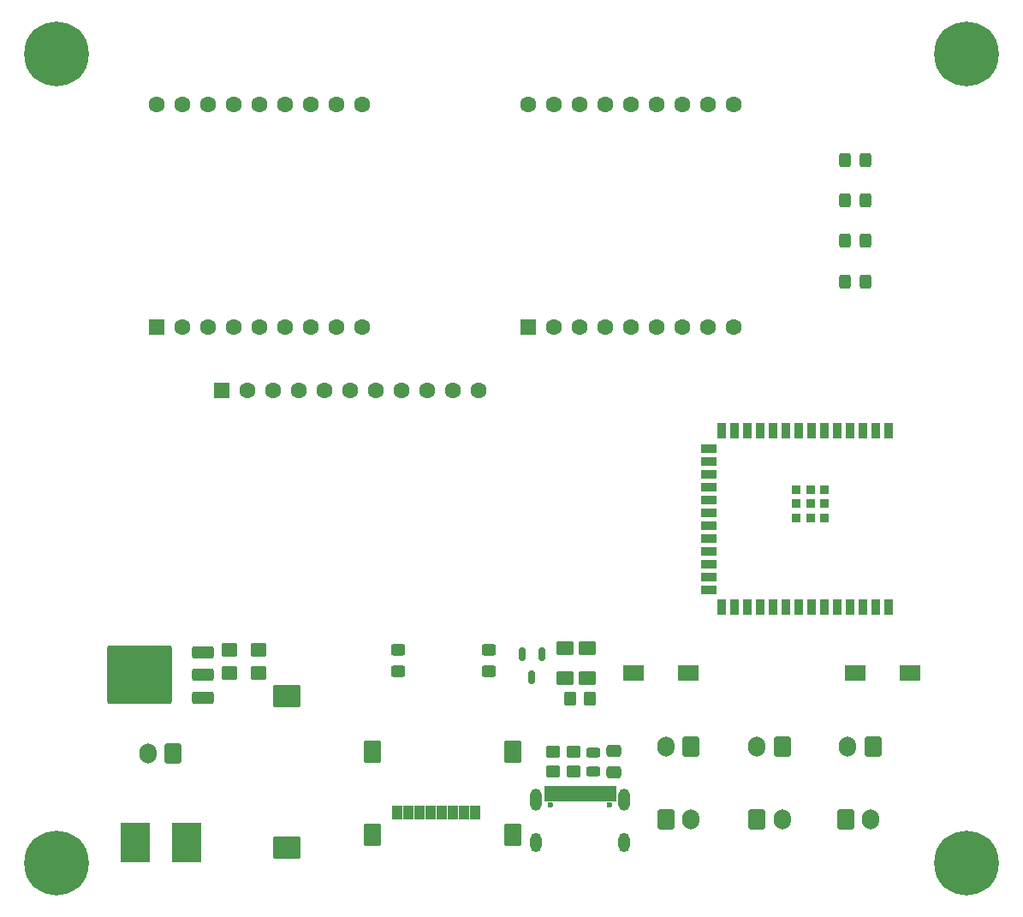
<source format=gts>
G04 #@! TF.GenerationSoftware,KiCad,Pcbnew,8.0.4*
G04 #@! TF.CreationDate,2024-11-10T19:37:50+01:00*
G04 #@! TF.ProjectId,SchrackCounter,53636872-6163-46b4-936f-756e7465722e,v0.0.4*
G04 #@! TF.SameCoordinates,Original*
G04 #@! TF.FileFunction,Soldermask,Top*
G04 #@! TF.FilePolarity,Negative*
%FSLAX46Y46*%
G04 Gerber Fmt 4.6, Leading zero omitted, Abs format (unit mm)*
G04 Created by KiCad (PCBNEW 8.0.4) date 2024-11-10 19:37:50*
%MOMM*%
%LPD*%
G01*
G04 APERTURE LIST*
G04 Aperture macros list*
%AMRoundRect*
0 Rectangle with rounded corners*
0 $1 Rounding radius*
0 $2 $3 $4 $5 $6 $7 $8 $9 X,Y pos of 4 corners*
0 Add a 4 corners polygon primitive as box body*
4,1,4,$2,$3,$4,$5,$6,$7,$8,$9,$2,$3,0*
0 Add four circle primitives for the rounded corners*
1,1,$1+$1,$2,$3*
1,1,$1+$1,$4,$5*
1,1,$1+$1,$6,$7*
1,1,$1+$1,$8,$9*
0 Add four rect primitives between the rounded corners*
20,1,$1+$1,$2,$3,$4,$5,0*
20,1,$1+$1,$4,$5,$6,$7,0*
20,1,$1+$1,$6,$7,$8,$9,0*
20,1,$1+$1,$8,$9,$2,$3,0*%
G04 Aperture macros list end*
%ADD10C,0.010000*%
%ADD11RoundRect,0.250001X-0.624999X0.462499X-0.624999X-0.462499X0.624999X-0.462499X0.624999X0.462499X0*%
%ADD12R,2.000000X1.600000*%
%ADD13RoundRect,0.243750X-0.456250X0.243750X-0.456250X-0.243750X0.456250X-0.243750X0.456250X0.243750X0*%
%ADD14RoundRect,0.102000X-1.250000X-1.000000X1.250000X-1.000000X1.250000X1.000000X-1.250000X1.000000X0*%
%ADD15RoundRect,0.250000X0.450000X-0.350000X0.450000X0.350000X-0.450000X0.350000X-0.450000X-0.350000X0*%
%ADD16RoundRect,0.150000X-0.150000X0.512500X-0.150000X-0.512500X0.150000X-0.512500X0.150000X0.512500X0*%
%ADD17RoundRect,0.250000X0.850000X0.350000X-0.850000X0.350000X-0.850000X-0.350000X0.850000X-0.350000X0*%
%ADD18RoundRect,0.249997X2.950003X2.650003X-2.950003X2.650003X-2.950003X-2.650003X2.950003X-2.650003X0*%
%ADD19R,1.600000X1.600000*%
%ADD20C,1.600000*%
%ADD21RoundRect,0.250000X-0.325000X-0.450000X0.325000X-0.450000X0.325000X0.450000X-0.325000X0.450000X0*%
%ADD22RoundRect,0.250000X0.450000X-0.325000X0.450000X0.325000X-0.450000X0.325000X-0.450000X-0.325000X0*%
%ADD23RoundRect,0.250000X0.600000X0.750000X-0.600000X0.750000X-0.600000X-0.750000X0.600000X-0.750000X0*%
%ADD24O,1.700000X2.000000*%
%ADD25C,0.800000*%
%ADD26C,6.400000*%
%ADD27RoundRect,0.250000X-0.537500X-0.425000X0.537500X-0.425000X0.537500X0.425000X-0.537500X0.425000X0*%
%ADD28RoundRect,0.250000X-0.600000X-0.750000X0.600000X-0.750000X0.600000X0.750000X-0.600000X0.750000X0*%
%ADD29RoundRect,0.250000X-0.350000X-0.450000X0.350000X-0.450000X0.350000X0.450000X-0.350000X0.450000X0*%
%ADD30C,0.600000*%
%ADD31O,1.104000X2.204000*%
%ADD32O,1.104000X1.904000*%
%ADD33RoundRect,0.102000X-0.400000X-0.600000X0.400000X-0.600000X0.400000X0.600000X-0.400000X0.600000X0*%
%ADD34RoundRect,0.102000X-0.750000X-1.000000X0.750000X-1.000000X0.750000X1.000000X-0.750000X1.000000X0*%
%ADD35R,3.000000X4.000000*%
%ADD36RoundRect,0.250000X-0.475000X0.337500X-0.475000X-0.337500X0.475000X-0.337500X0.475000X0.337500X0*%
%ADD37R,0.900000X1.500000*%
%ADD38R,1.500000X0.900000*%
%ADD39R,0.900000X0.900000*%
G04 APERTURE END LIST*
D10*
X203400000Y-131412500D02*
X202700000Y-131412500D01*
X202700000Y-129972500D01*
X203400000Y-129972500D01*
X203400000Y-131412500D01*
G36*
X203400000Y-131412500D02*
G01*
X202700000Y-131412500D01*
X202700000Y-129972500D01*
X203400000Y-129972500D01*
X203400000Y-131412500D01*
G37*
X204200000Y-131412500D02*
X203500000Y-131412500D01*
X203500000Y-129972500D01*
X204200000Y-129972500D01*
X204200000Y-131412500D01*
G36*
X204200000Y-131412500D02*
G01*
X203500000Y-131412500D01*
X203500000Y-129972500D01*
X204200000Y-129972500D01*
X204200000Y-131412500D01*
G37*
X204700000Y-131412500D02*
X204300000Y-131412500D01*
X204300000Y-129972500D01*
X204700000Y-129972500D01*
X204700000Y-131412500D01*
G36*
X204700000Y-131412500D02*
G01*
X204300000Y-131412500D01*
X204300000Y-129972500D01*
X204700000Y-129972500D01*
X204700000Y-131412500D01*
G37*
X205200000Y-131412500D02*
X204800000Y-131412500D01*
X204800000Y-129972500D01*
X205200000Y-129972500D01*
X205200000Y-131412500D01*
G36*
X205200000Y-131412500D02*
G01*
X204800000Y-131412500D01*
X204800000Y-129972500D01*
X205200000Y-129972500D01*
X205200000Y-131412500D01*
G37*
X205700000Y-131412500D02*
X205300000Y-131412500D01*
X205300000Y-129972500D01*
X205700000Y-129972500D01*
X205700000Y-131412500D01*
G36*
X205700000Y-131412500D02*
G01*
X205300000Y-131412500D01*
X205300000Y-129972500D01*
X205700000Y-129972500D01*
X205700000Y-131412500D01*
G37*
X206200000Y-131412500D02*
X205800000Y-131412500D01*
X205800000Y-129972500D01*
X206200000Y-129972500D01*
X206200000Y-131412500D01*
G36*
X206200000Y-131412500D02*
G01*
X205800000Y-131412500D01*
X205800000Y-129972500D01*
X206200000Y-129972500D01*
X206200000Y-131412500D01*
G37*
X206700000Y-131412500D02*
X206300000Y-131412500D01*
X206300000Y-129972500D01*
X206700000Y-129972500D01*
X206700000Y-131412500D01*
G36*
X206700000Y-131412500D02*
G01*
X206300000Y-131412500D01*
X206300000Y-129972500D01*
X206700000Y-129972500D01*
X206700000Y-131412500D01*
G37*
X207200000Y-131412500D02*
X206800000Y-131412500D01*
X206800000Y-129972500D01*
X207200000Y-129972500D01*
X207200000Y-131412500D01*
G36*
X207200000Y-131412500D02*
G01*
X206800000Y-131412500D01*
X206800000Y-129972500D01*
X207200000Y-129972500D01*
X207200000Y-131412500D01*
G37*
X207700000Y-131412500D02*
X207300000Y-131412500D01*
X207300000Y-129972500D01*
X207700000Y-129972500D01*
X207700000Y-131412500D01*
G36*
X207700000Y-131412500D02*
G01*
X207300000Y-131412500D01*
X207300000Y-129972500D01*
X207700000Y-129972500D01*
X207700000Y-131412500D01*
G37*
X208200000Y-131412500D02*
X207800000Y-131412500D01*
X207800000Y-129972500D01*
X208200000Y-129972500D01*
X208200000Y-131412500D01*
G36*
X208200000Y-131412500D02*
G01*
X207800000Y-131412500D01*
X207800000Y-129972500D01*
X208200000Y-129972500D01*
X208200000Y-131412500D01*
G37*
X209000000Y-131412500D02*
X208300000Y-131412500D01*
X208300000Y-129972500D01*
X209000000Y-129972500D01*
X209000000Y-131412500D01*
G36*
X209000000Y-131412500D02*
G01*
X208300000Y-131412500D01*
X208300000Y-129972500D01*
X209000000Y-129972500D01*
X209000000Y-131412500D01*
G37*
X209800000Y-131412500D02*
X209100000Y-131412500D01*
X209100000Y-129972500D01*
X209800000Y-129972500D01*
X209800000Y-131412500D01*
G36*
X209800000Y-131412500D02*
G01*
X209100000Y-131412500D01*
X209100000Y-129972500D01*
X209800000Y-129972500D01*
X209800000Y-131412500D01*
G37*
D11*
X204750000Y-116342500D03*
X204750000Y-119317500D03*
D12*
X238850000Y-118830000D03*
X233450000Y-118830000D03*
D13*
X207600000Y-126642500D03*
X207600000Y-128517500D03*
D14*
X177250000Y-121080000D03*
X177250000Y-136080000D03*
D15*
X203600000Y-128580000D03*
X203600000Y-126580000D03*
D16*
X202450000Y-116942500D03*
X200550000Y-116942500D03*
X201500000Y-119217500D03*
D17*
X168950000Y-121297500D03*
X168950000Y-119017500D03*
D18*
X162650000Y-119017500D03*
D17*
X168950000Y-116737500D03*
D19*
X170800000Y-90880000D03*
D20*
X173340000Y-90880000D03*
X175880000Y-90880000D03*
X178420000Y-90880000D03*
X180960000Y-90880000D03*
X183500000Y-90880000D03*
X186040000Y-90910000D03*
X188580000Y-90910000D03*
X191120000Y-90910000D03*
X193660000Y-90910000D03*
X196200000Y-90910000D03*
D21*
X232475000Y-80080000D03*
X234525000Y-80080000D03*
D22*
X188250000Y-118605000D03*
X188250000Y-116555000D03*
D23*
X235250000Y-126130000D03*
D24*
X232750000Y-126130000D03*
D19*
X201100000Y-84580000D03*
D20*
X203640000Y-84580000D03*
X206180000Y-84580000D03*
X208720000Y-84580000D03*
X211260000Y-84580000D03*
X213800000Y-84580000D03*
X216340000Y-84610000D03*
X218880000Y-84610000D03*
X221420000Y-84610000D03*
X221420000Y-62580000D03*
X218880000Y-62580000D03*
X216340000Y-62580000D03*
X213800000Y-62580000D03*
X211260000Y-62580000D03*
X208720000Y-62580000D03*
X206180000Y-62550000D03*
X203640000Y-62550000D03*
X201100000Y-62550000D03*
D25*
X242100000Y-137580000D03*
X242802944Y-135882944D03*
X242802944Y-139277056D03*
X244500000Y-135180000D03*
D26*
X244500000Y-137580000D03*
D25*
X244500000Y-139980000D03*
X246197056Y-135882944D03*
X246197056Y-139277056D03*
X246900000Y-137580000D03*
D27*
X171562500Y-116530000D03*
X174437500Y-116530000D03*
D23*
X226250000Y-126130000D03*
D24*
X223750000Y-126130000D03*
D25*
X242100000Y-57580000D03*
X242802944Y-55882944D03*
X242802944Y-59277056D03*
X244500000Y-55180000D03*
D26*
X244500000Y-57580000D03*
D25*
X244500000Y-59980000D03*
X246197056Y-55882944D03*
X246197056Y-59277056D03*
X246900000Y-57580000D03*
D19*
X164400000Y-84580000D03*
D20*
X166940000Y-84580000D03*
X169480000Y-84580000D03*
X172020000Y-84580000D03*
X174560000Y-84580000D03*
X177100000Y-84580000D03*
X179640000Y-84610000D03*
X182180000Y-84610000D03*
X184720000Y-84610000D03*
X184720000Y-62580000D03*
X182180000Y-62580000D03*
X179640000Y-62580000D03*
X177100000Y-62580000D03*
X174560000Y-62580000D03*
X172020000Y-62580000D03*
X169480000Y-62550000D03*
X166940000Y-62550000D03*
X164400000Y-62550000D03*
D28*
X214750000Y-133305000D03*
D24*
X217250000Y-133305000D03*
D21*
X232475000Y-68080000D03*
X234525000Y-68080000D03*
D15*
X205600000Y-128580000D03*
X205600000Y-126580000D03*
D23*
X217250000Y-126130000D03*
D24*
X214750000Y-126130000D03*
D21*
X232475000Y-72080000D03*
X234525000Y-72080000D03*
D23*
X166000000Y-126805000D03*
D24*
X163500000Y-126805000D03*
D25*
X152100000Y-137580000D03*
X152802944Y-135882944D03*
X152802944Y-139277056D03*
X154500000Y-135180000D03*
D26*
X154500000Y-137580000D03*
D25*
X154500000Y-139980000D03*
X156197056Y-135882944D03*
X156197056Y-139277056D03*
X156900000Y-137580000D03*
D27*
X171562500Y-118780000D03*
X174437500Y-118780000D03*
D28*
X232500000Y-133305000D03*
D24*
X235000000Y-133305000D03*
D22*
X197250000Y-118605000D03*
X197250000Y-116555000D03*
D28*
X223750000Y-133305000D03*
D24*
X226250000Y-133305000D03*
D29*
X205250000Y-121330000D03*
X207250000Y-121330000D03*
D11*
X207000000Y-116342500D03*
X207000000Y-119317500D03*
D30*
X203360000Y-131862500D03*
X209140000Y-131862500D03*
D31*
X201925000Y-131372500D03*
X210575000Y-131372500D03*
D32*
X201925000Y-135542500D03*
X210575000Y-135542500D03*
D21*
X232475000Y-76080000D03*
X234525000Y-76080000D03*
D25*
X152100000Y-57580000D03*
X152802944Y-55882944D03*
X152802944Y-59277056D03*
X154500000Y-55180000D03*
D26*
X154500000Y-57580000D03*
D25*
X154500000Y-59980000D03*
X156197056Y-55882944D03*
X156197056Y-59277056D03*
X156900000Y-57580000D03*
D33*
X195875000Y-132617500D03*
X194775000Y-132617500D03*
X193675000Y-132617500D03*
X192575000Y-132617500D03*
X191475000Y-132617500D03*
X190375000Y-132617500D03*
X189275000Y-132617500D03*
X188175000Y-132617500D03*
D34*
X185705000Y-134817500D03*
X185705000Y-126617500D03*
X199595000Y-126617500D03*
X199595000Y-134817500D03*
D12*
X211550000Y-118830000D03*
X216950000Y-118830000D03*
D35*
X167365000Y-135540000D03*
X162285000Y-135540000D03*
D36*
X209600000Y-126542500D03*
X209600000Y-128617500D03*
D37*
X236760000Y-94830000D03*
X235490000Y-94830000D03*
X234220000Y-94830000D03*
X232950000Y-94830000D03*
X231680000Y-94830000D03*
X230410000Y-94830000D03*
X229140000Y-94830000D03*
X227870000Y-94830000D03*
X226600000Y-94830000D03*
X225330000Y-94830000D03*
X224060000Y-94830000D03*
X222790000Y-94830000D03*
X221520000Y-94830000D03*
X220250000Y-94830000D03*
D38*
X219000000Y-96595000D03*
X219000000Y-97865000D03*
X219000000Y-99135000D03*
X219000000Y-100405000D03*
X219000000Y-101675000D03*
X219000000Y-102945000D03*
X219000000Y-104215000D03*
X219000000Y-105485000D03*
X219000000Y-106755000D03*
X219000000Y-108025000D03*
X219000000Y-109295000D03*
X219000000Y-110565000D03*
D37*
X220250000Y-112330000D03*
X221520000Y-112330000D03*
X222790000Y-112330000D03*
X224060000Y-112330000D03*
X225330000Y-112330000D03*
X226600000Y-112330000D03*
X227870000Y-112330000D03*
X229140000Y-112330000D03*
X230410000Y-112330000D03*
X231680000Y-112330000D03*
X232950000Y-112330000D03*
X234220000Y-112330000D03*
X235490000Y-112330000D03*
X236760000Y-112330000D03*
D39*
X230440000Y-100680000D03*
X229040000Y-100680000D03*
X227640000Y-100680000D03*
X227640000Y-100680000D03*
X230440000Y-102080000D03*
X230440000Y-102080000D03*
X229040000Y-102080000D03*
X227640000Y-102080000D03*
X230440000Y-103480000D03*
X229040000Y-103480000D03*
X227640000Y-103480000D03*
M02*

</source>
